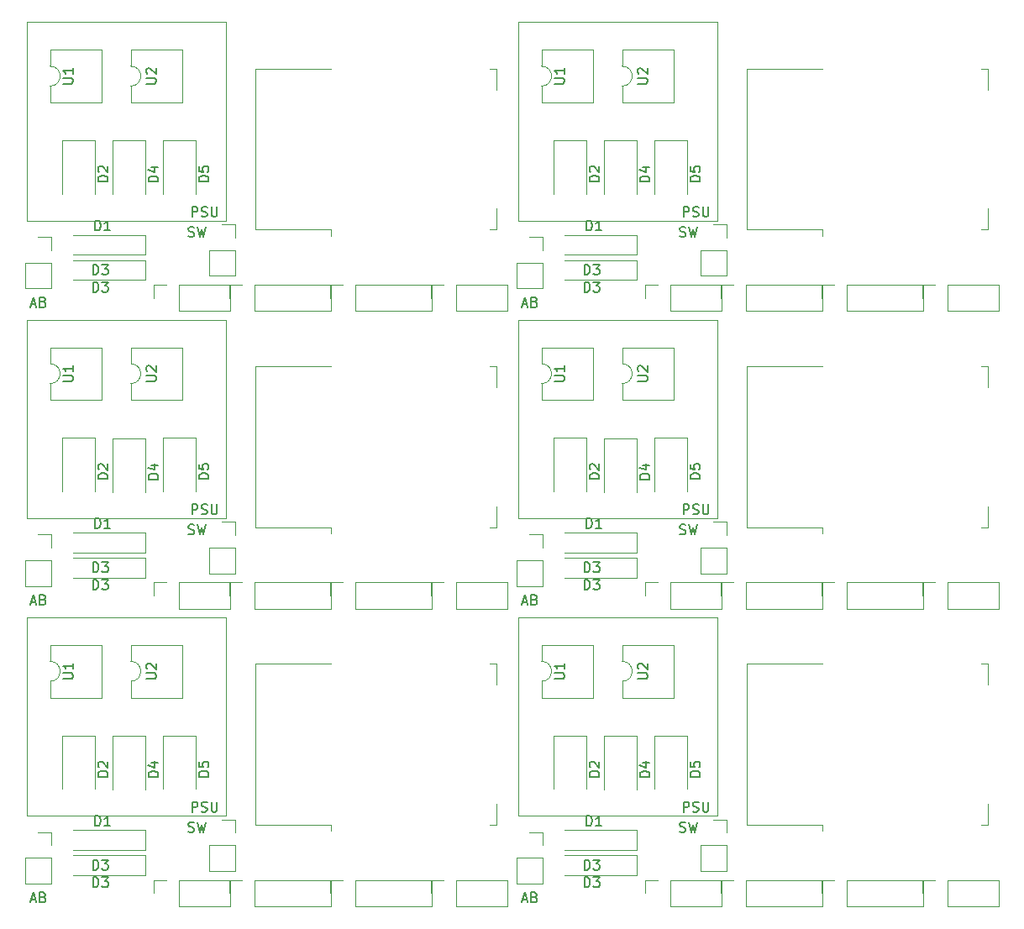
<source format=gbr>
%TF.GenerationSoftware,KiCad,Pcbnew,5.1.6-c6e7f7d~87~ubuntu18.04.1*%
%TF.CreationDate,2020-09-18T10:49:30+02:00*%
%TF.ProjectId,panel,70616e65-6c2e-46b6-9963-61645f706362,rev?*%
%TF.SameCoordinates,Original*%
%TF.FileFunction,Legend,Top*%
%TF.FilePolarity,Positive*%
%FSLAX46Y46*%
G04 Gerber Fmt 4.6, Leading zero omitted, Abs format (unit mm)*
G04 Created by KiCad (PCBNEW 5.1.6-c6e7f7d~87~ubuntu18.04.1) date 2020-09-18 10:49:30*
%MOMM*%
%LPD*%
G01*
G04 APERTURE LIST*
%ADD10C,0.120000*%
%ADD11C,0.150000*%
G04 APERTURE END LIST*
D10*
%TO.C,D3*%
X112125006Y-134400011D02*
X104825006Y-134400011D01*
X112125006Y-136400011D02*
X112125006Y-134400011D01*
X104825006Y-136400011D02*
X112125006Y-136400011D01*
%TO.C,D1*%
X104825006Y-133860011D02*
X112125006Y-133860011D01*
X112125006Y-133860011D02*
X112125006Y-131860011D01*
X112125006Y-131860011D02*
X104825006Y-131860011D01*
%TO.C,U2*%
X110646006Y-113192011D02*
X110646006Y-114842011D01*
X115846006Y-113192011D02*
X110646006Y-113192011D01*
X115846006Y-118492011D02*
X115846006Y-113192011D01*
X110646006Y-118492011D02*
X115846006Y-118492011D01*
X110646006Y-116842011D02*
X110646006Y-118492011D01*
X110646006Y-114842011D02*
G75*
G02*
X110646006Y-116842011I0J-1000000D01*
G01*
%TO.C,U1*%
X102518006Y-116842011D02*
X102518006Y-118492011D01*
X102518006Y-118492011D02*
X107718006Y-118492011D01*
X107718006Y-118492011D02*
X107718006Y-113192011D01*
X107718006Y-113192011D02*
X102518006Y-113192011D01*
X102518006Y-113192011D02*
X102518006Y-114842011D01*
X102518006Y-114842011D02*
G75*
G02*
X102518006Y-116842011I0J-1000000D01*
G01*
%TO.C,J8*%
X112932006Y-138194011D02*
X112932006Y-136864011D01*
X112932006Y-136864011D02*
X114262006Y-136864011D01*
X115532006Y-136864011D02*
X120672006Y-136864011D01*
X120672006Y-139524011D02*
X120672006Y-136864011D01*
X115532006Y-139524011D02*
X120672006Y-139524011D01*
X115532006Y-139524011D02*
X115532006Y-136864011D01*
%TO.C,J7*%
X143472006Y-139524011D02*
X143472006Y-136864011D01*
X143472006Y-139524011D02*
X148612006Y-139524011D01*
X148612006Y-139524011D02*
X148612006Y-136864011D01*
X143472006Y-136864011D02*
X148612006Y-136864011D01*
X140872006Y-136864011D02*
X142202006Y-136864011D01*
X140872006Y-138194011D02*
X140872006Y-136864011D01*
%TO.C,J4*%
X101308006Y-132038011D02*
X102638006Y-132038011D01*
X102638006Y-132038011D02*
X102638006Y-133368011D01*
X102638006Y-134638011D02*
X102638006Y-137238011D01*
X99978006Y-137238011D02*
X102638006Y-137238011D01*
X99978006Y-134638011D02*
X99978006Y-137238011D01*
X99978006Y-134638011D02*
X102638006Y-134638011D01*
%TO.C,J3*%
X118520006Y-133368011D02*
X121180006Y-133368011D01*
X118520006Y-133368011D02*
X118520006Y-135968011D01*
X118520006Y-135968011D02*
X121180006Y-135968011D01*
X121180006Y-133368011D02*
X121180006Y-135968011D01*
X121180006Y-130768011D02*
X121180006Y-132098011D01*
X119850006Y-130768011D02*
X121180006Y-130768011D01*
%TO.C,J2*%
X120552006Y-138194011D02*
X120552006Y-136864011D01*
X120552006Y-136864011D02*
X121882006Y-136864011D01*
X123152006Y-136864011D02*
X130832006Y-136864011D01*
X130832006Y-139524011D02*
X130832006Y-136864011D01*
X123152006Y-139524011D02*
X130832006Y-139524011D01*
X123152006Y-139524011D02*
X123152006Y-136864011D01*
%TO.C,J1*%
X133312006Y-139524011D02*
X133312006Y-136864011D01*
X133312006Y-139524011D02*
X140992006Y-139524011D01*
X140992006Y-139524011D02*
X140992006Y-136864011D01*
X133312006Y-136864011D02*
X140992006Y-136864011D01*
X130712006Y-136864011D02*
X132042006Y-136864011D01*
X130712006Y-138194011D02*
X130712006Y-136864011D01*
%TO.C,D5*%
X117182006Y-122316011D02*
X113882006Y-122316011D01*
X113882006Y-122316011D02*
X113882006Y-127716011D01*
X117182006Y-122316011D02*
X117182006Y-127716011D01*
%TO.C,D4*%
X112102006Y-122348011D02*
X108802006Y-122348011D01*
X108802006Y-122348011D02*
X108802006Y-127748011D01*
X112102006Y-122348011D02*
X112102006Y-127748011D01*
%TO.C,D2*%
X107022006Y-122316011D02*
X107022006Y-127716011D01*
X103722006Y-122316011D02*
X103722006Y-127716011D01*
X107022006Y-122316011D02*
X103722006Y-122316011D01*
%TO.C,U4*%
X130844006Y-131328011D02*
X130844006Y-131938011D01*
X130844006Y-131328011D02*
X123224006Y-131328011D01*
X147464006Y-131328011D02*
X146844006Y-131328011D01*
X147464006Y-129208011D02*
X147464006Y-131328011D01*
X147464006Y-115088011D02*
X147464006Y-117208011D01*
X146844006Y-115088011D02*
X147464006Y-115088011D01*
X123224006Y-115088011D02*
X130844006Y-115088011D01*
X123224006Y-131328011D02*
X123224006Y-115088011D01*
%TO.C,J11*%
X120198006Y-130414011D02*
X120198006Y-110414011D01*
X100198006Y-110414011D02*
X100198006Y-130414011D01*
X100198006Y-130414011D02*
X120198006Y-130414011D01*
X100198006Y-110414011D02*
X120198006Y-110414011D01*
%TO.C,D3*%
X62595001Y-134400011D02*
X55295001Y-134400011D01*
X62595001Y-136400011D02*
X62595001Y-134400011D01*
X55295001Y-136400011D02*
X62595001Y-136400011D01*
%TO.C,D1*%
X55295001Y-133860011D02*
X62595001Y-133860011D01*
X62595001Y-133860011D02*
X62595001Y-131860011D01*
X62595001Y-131860011D02*
X55295001Y-131860011D01*
%TO.C,U2*%
X61116001Y-113192011D02*
X61116001Y-114842011D01*
X66316001Y-113192011D02*
X61116001Y-113192011D01*
X66316001Y-118492011D02*
X66316001Y-113192011D01*
X61116001Y-118492011D02*
X66316001Y-118492011D01*
X61116001Y-116842011D02*
X61116001Y-118492011D01*
X61116001Y-114842011D02*
G75*
G02*
X61116001Y-116842011I0J-1000000D01*
G01*
%TO.C,U1*%
X52988001Y-116842011D02*
X52988001Y-118492011D01*
X52988001Y-118492011D02*
X58188001Y-118492011D01*
X58188001Y-118492011D02*
X58188001Y-113192011D01*
X58188001Y-113192011D02*
X52988001Y-113192011D01*
X52988001Y-113192011D02*
X52988001Y-114842011D01*
X52988001Y-114842011D02*
G75*
G02*
X52988001Y-116842011I0J-1000000D01*
G01*
%TO.C,J8*%
X63402001Y-138194011D02*
X63402001Y-136864011D01*
X63402001Y-136864011D02*
X64732001Y-136864011D01*
X66002001Y-136864011D02*
X71142001Y-136864011D01*
X71142001Y-139524011D02*
X71142001Y-136864011D01*
X66002001Y-139524011D02*
X71142001Y-139524011D01*
X66002001Y-139524011D02*
X66002001Y-136864011D01*
%TO.C,J7*%
X93942001Y-139524011D02*
X93942001Y-136864011D01*
X93942001Y-139524011D02*
X99082001Y-139524011D01*
X99082001Y-139524011D02*
X99082001Y-136864011D01*
X93942001Y-136864011D02*
X99082001Y-136864011D01*
X91342001Y-136864011D02*
X92672001Y-136864011D01*
X91342001Y-138194011D02*
X91342001Y-136864011D01*
%TO.C,J4*%
X51778001Y-132038011D02*
X53108001Y-132038011D01*
X53108001Y-132038011D02*
X53108001Y-133368011D01*
X53108001Y-134638011D02*
X53108001Y-137238011D01*
X50448001Y-137238011D02*
X53108001Y-137238011D01*
X50448001Y-134638011D02*
X50448001Y-137238011D01*
X50448001Y-134638011D02*
X53108001Y-134638011D01*
%TO.C,J3*%
X68990001Y-133368011D02*
X71650001Y-133368011D01*
X68990001Y-133368011D02*
X68990001Y-135968011D01*
X68990001Y-135968011D02*
X71650001Y-135968011D01*
X71650001Y-133368011D02*
X71650001Y-135968011D01*
X71650001Y-130768011D02*
X71650001Y-132098011D01*
X70320001Y-130768011D02*
X71650001Y-130768011D01*
%TO.C,J2*%
X71022001Y-138194011D02*
X71022001Y-136864011D01*
X71022001Y-136864011D02*
X72352001Y-136864011D01*
X73622001Y-136864011D02*
X81302001Y-136864011D01*
X81302001Y-139524011D02*
X81302001Y-136864011D01*
X73622001Y-139524011D02*
X81302001Y-139524011D01*
X73622001Y-139524011D02*
X73622001Y-136864011D01*
%TO.C,J1*%
X83782001Y-139524011D02*
X83782001Y-136864011D01*
X83782001Y-139524011D02*
X91462001Y-139524011D01*
X91462001Y-139524011D02*
X91462001Y-136864011D01*
X83782001Y-136864011D02*
X91462001Y-136864011D01*
X81182001Y-136864011D02*
X82512001Y-136864011D01*
X81182001Y-138194011D02*
X81182001Y-136864011D01*
%TO.C,D5*%
X67652001Y-122316011D02*
X64352001Y-122316011D01*
X64352001Y-122316011D02*
X64352001Y-127716011D01*
X67652001Y-122316011D02*
X67652001Y-127716011D01*
%TO.C,D4*%
X62572001Y-122348011D02*
X59272001Y-122348011D01*
X59272001Y-122348011D02*
X59272001Y-127748011D01*
X62572001Y-122348011D02*
X62572001Y-127748011D01*
%TO.C,D2*%
X57492001Y-122316011D02*
X57492001Y-127716011D01*
X54192001Y-122316011D02*
X54192001Y-127716011D01*
X57492001Y-122316011D02*
X54192001Y-122316011D01*
%TO.C,U4*%
X81314001Y-131328011D02*
X81314001Y-131938011D01*
X81314001Y-131328011D02*
X73694001Y-131328011D01*
X97934001Y-131328011D02*
X97314001Y-131328011D01*
X97934001Y-129208011D02*
X97934001Y-131328011D01*
X97934001Y-115088011D02*
X97934001Y-117208011D01*
X97314001Y-115088011D02*
X97934001Y-115088011D01*
X73694001Y-115088011D02*
X81314001Y-115088011D01*
X73694001Y-131328011D02*
X73694001Y-115088011D01*
%TO.C,J11*%
X70668001Y-130414011D02*
X70668001Y-110414011D01*
X50668001Y-110414011D02*
X50668001Y-130414011D01*
X50668001Y-130414011D02*
X70668001Y-130414011D01*
X50668001Y-110414011D02*
X70668001Y-110414011D01*
%TO.C,D3*%
X112125006Y-104400006D02*
X104825006Y-104400006D01*
X112125006Y-106400006D02*
X112125006Y-104400006D01*
X104825006Y-106400006D02*
X112125006Y-106400006D01*
%TO.C,D1*%
X104825006Y-103860006D02*
X112125006Y-103860006D01*
X112125006Y-103860006D02*
X112125006Y-101860006D01*
X112125006Y-101860006D02*
X104825006Y-101860006D01*
%TO.C,U2*%
X110646006Y-83192006D02*
X110646006Y-84842006D01*
X115846006Y-83192006D02*
X110646006Y-83192006D01*
X115846006Y-88492006D02*
X115846006Y-83192006D01*
X110646006Y-88492006D02*
X115846006Y-88492006D01*
X110646006Y-86842006D02*
X110646006Y-88492006D01*
X110646006Y-84842006D02*
G75*
G02*
X110646006Y-86842006I0J-1000000D01*
G01*
%TO.C,U1*%
X102518006Y-86842006D02*
X102518006Y-88492006D01*
X102518006Y-88492006D02*
X107718006Y-88492006D01*
X107718006Y-88492006D02*
X107718006Y-83192006D01*
X107718006Y-83192006D02*
X102518006Y-83192006D01*
X102518006Y-83192006D02*
X102518006Y-84842006D01*
X102518006Y-84842006D02*
G75*
G02*
X102518006Y-86842006I0J-1000000D01*
G01*
%TO.C,J8*%
X112932006Y-108194006D02*
X112932006Y-106864006D01*
X112932006Y-106864006D02*
X114262006Y-106864006D01*
X115532006Y-106864006D02*
X120672006Y-106864006D01*
X120672006Y-109524006D02*
X120672006Y-106864006D01*
X115532006Y-109524006D02*
X120672006Y-109524006D01*
X115532006Y-109524006D02*
X115532006Y-106864006D01*
%TO.C,J7*%
X143472006Y-109524006D02*
X143472006Y-106864006D01*
X143472006Y-109524006D02*
X148612006Y-109524006D01*
X148612006Y-109524006D02*
X148612006Y-106864006D01*
X143472006Y-106864006D02*
X148612006Y-106864006D01*
X140872006Y-106864006D02*
X142202006Y-106864006D01*
X140872006Y-108194006D02*
X140872006Y-106864006D01*
%TO.C,J4*%
X101308006Y-102038006D02*
X102638006Y-102038006D01*
X102638006Y-102038006D02*
X102638006Y-103368006D01*
X102638006Y-104638006D02*
X102638006Y-107238006D01*
X99978006Y-107238006D02*
X102638006Y-107238006D01*
X99978006Y-104638006D02*
X99978006Y-107238006D01*
X99978006Y-104638006D02*
X102638006Y-104638006D01*
%TO.C,J3*%
X118520006Y-103368006D02*
X121180006Y-103368006D01*
X118520006Y-103368006D02*
X118520006Y-105968006D01*
X118520006Y-105968006D02*
X121180006Y-105968006D01*
X121180006Y-103368006D02*
X121180006Y-105968006D01*
X121180006Y-100768006D02*
X121180006Y-102098006D01*
X119850006Y-100768006D02*
X121180006Y-100768006D01*
%TO.C,J2*%
X120552006Y-108194006D02*
X120552006Y-106864006D01*
X120552006Y-106864006D02*
X121882006Y-106864006D01*
X123152006Y-106864006D02*
X130832006Y-106864006D01*
X130832006Y-109524006D02*
X130832006Y-106864006D01*
X123152006Y-109524006D02*
X130832006Y-109524006D01*
X123152006Y-109524006D02*
X123152006Y-106864006D01*
%TO.C,J1*%
X133312006Y-109524006D02*
X133312006Y-106864006D01*
X133312006Y-109524006D02*
X140992006Y-109524006D01*
X140992006Y-109524006D02*
X140992006Y-106864006D01*
X133312006Y-106864006D02*
X140992006Y-106864006D01*
X130712006Y-106864006D02*
X132042006Y-106864006D01*
X130712006Y-108194006D02*
X130712006Y-106864006D01*
%TO.C,D5*%
X117182006Y-92316006D02*
X113882006Y-92316006D01*
X113882006Y-92316006D02*
X113882006Y-97716006D01*
X117182006Y-92316006D02*
X117182006Y-97716006D01*
%TO.C,D4*%
X112102006Y-92348006D02*
X108802006Y-92348006D01*
X108802006Y-92348006D02*
X108802006Y-97748006D01*
X112102006Y-92348006D02*
X112102006Y-97748006D01*
%TO.C,D2*%
X107022006Y-92316006D02*
X107022006Y-97716006D01*
X103722006Y-92316006D02*
X103722006Y-97716006D01*
X107022006Y-92316006D02*
X103722006Y-92316006D01*
%TO.C,U4*%
X130844006Y-101328006D02*
X130844006Y-101938006D01*
X130844006Y-101328006D02*
X123224006Y-101328006D01*
X147464006Y-101328006D02*
X146844006Y-101328006D01*
X147464006Y-99208006D02*
X147464006Y-101328006D01*
X147464006Y-85088006D02*
X147464006Y-87208006D01*
X146844006Y-85088006D02*
X147464006Y-85088006D01*
X123224006Y-85088006D02*
X130844006Y-85088006D01*
X123224006Y-101328006D02*
X123224006Y-85088006D01*
%TO.C,J11*%
X120198006Y-100414006D02*
X120198006Y-80414006D01*
X100198006Y-80414006D02*
X100198006Y-100414006D01*
X100198006Y-100414006D02*
X120198006Y-100414006D01*
X100198006Y-80414006D02*
X120198006Y-80414006D01*
%TO.C,D3*%
X62595001Y-104400006D02*
X55295001Y-104400006D01*
X62595001Y-106400006D02*
X62595001Y-104400006D01*
X55295001Y-106400006D02*
X62595001Y-106400006D01*
%TO.C,D1*%
X55295001Y-103860006D02*
X62595001Y-103860006D01*
X62595001Y-103860006D02*
X62595001Y-101860006D01*
X62595001Y-101860006D02*
X55295001Y-101860006D01*
%TO.C,U2*%
X61116001Y-83192006D02*
X61116001Y-84842006D01*
X66316001Y-83192006D02*
X61116001Y-83192006D01*
X66316001Y-88492006D02*
X66316001Y-83192006D01*
X61116001Y-88492006D02*
X66316001Y-88492006D01*
X61116001Y-86842006D02*
X61116001Y-88492006D01*
X61116001Y-84842006D02*
G75*
G02*
X61116001Y-86842006I0J-1000000D01*
G01*
%TO.C,U1*%
X52988001Y-86842006D02*
X52988001Y-88492006D01*
X52988001Y-88492006D02*
X58188001Y-88492006D01*
X58188001Y-88492006D02*
X58188001Y-83192006D01*
X58188001Y-83192006D02*
X52988001Y-83192006D01*
X52988001Y-83192006D02*
X52988001Y-84842006D01*
X52988001Y-84842006D02*
G75*
G02*
X52988001Y-86842006I0J-1000000D01*
G01*
%TO.C,J8*%
X63402001Y-108194006D02*
X63402001Y-106864006D01*
X63402001Y-106864006D02*
X64732001Y-106864006D01*
X66002001Y-106864006D02*
X71142001Y-106864006D01*
X71142001Y-109524006D02*
X71142001Y-106864006D01*
X66002001Y-109524006D02*
X71142001Y-109524006D01*
X66002001Y-109524006D02*
X66002001Y-106864006D01*
%TO.C,J7*%
X93942001Y-109524006D02*
X93942001Y-106864006D01*
X93942001Y-109524006D02*
X99082001Y-109524006D01*
X99082001Y-109524006D02*
X99082001Y-106864006D01*
X93942001Y-106864006D02*
X99082001Y-106864006D01*
X91342001Y-106864006D02*
X92672001Y-106864006D01*
X91342001Y-108194006D02*
X91342001Y-106864006D01*
%TO.C,J4*%
X51778001Y-102038006D02*
X53108001Y-102038006D01*
X53108001Y-102038006D02*
X53108001Y-103368006D01*
X53108001Y-104638006D02*
X53108001Y-107238006D01*
X50448001Y-107238006D02*
X53108001Y-107238006D01*
X50448001Y-104638006D02*
X50448001Y-107238006D01*
X50448001Y-104638006D02*
X53108001Y-104638006D01*
%TO.C,J3*%
X68990001Y-103368006D02*
X71650001Y-103368006D01*
X68990001Y-103368006D02*
X68990001Y-105968006D01*
X68990001Y-105968006D02*
X71650001Y-105968006D01*
X71650001Y-103368006D02*
X71650001Y-105968006D01*
X71650001Y-100768006D02*
X71650001Y-102098006D01*
X70320001Y-100768006D02*
X71650001Y-100768006D01*
%TO.C,J2*%
X71022001Y-108194006D02*
X71022001Y-106864006D01*
X71022001Y-106864006D02*
X72352001Y-106864006D01*
X73622001Y-106864006D02*
X81302001Y-106864006D01*
X81302001Y-109524006D02*
X81302001Y-106864006D01*
X73622001Y-109524006D02*
X81302001Y-109524006D01*
X73622001Y-109524006D02*
X73622001Y-106864006D01*
%TO.C,J1*%
X83782001Y-109524006D02*
X83782001Y-106864006D01*
X83782001Y-109524006D02*
X91462001Y-109524006D01*
X91462001Y-109524006D02*
X91462001Y-106864006D01*
X83782001Y-106864006D02*
X91462001Y-106864006D01*
X81182001Y-106864006D02*
X82512001Y-106864006D01*
X81182001Y-108194006D02*
X81182001Y-106864006D01*
%TO.C,D5*%
X67652001Y-92316006D02*
X64352001Y-92316006D01*
X64352001Y-92316006D02*
X64352001Y-97716006D01*
X67652001Y-92316006D02*
X67652001Y-97716006D01*
%TO.C,D4*%
X62572001Y-92348006D02*
X59272001Y-92348006D01*
X59272001Y-92348006D02*
X59272001Y-97748006D01*
X62572001Y-92348006D02*
X62572001Y-97748006D01*
%TO.C,D2*%
X57492001Y-92316006D02*
X57492001Y-97716006D01*
X54192001Y-92316006D02*
X54192001Y-97716006D01*
X57492001Y-92316006D02*
X54192001Y-92316006D01*
%TO.C,U4*%
X81314001Y-101328006D02*
X81314001Y-101938006D01*
X81314001Y-101328006D02*
X73694001Y-101328006D01*
X97934001Y-101328006D02*
X97314001Y-101328006D01*
X97934001Y-99208006D02*
X97934001Y-101328006D01*
X97934001Y-85088006D02*
X97934001Y-87208006D01*
X97314001Y-85088006D02*
X97934001Y-85088006D01*
X73694001Y-85088006D02*
X81314001Y-85088006D01*
X73694001Y-101328006D02*
X73694001Y-85088006D01*
%TO.C,J11*%
X70668001Y-100414006D02*
X70668001Y-80414006D01*
X50668001Y-80414006D02*
X50668001Y-100414006D01*
X50668001Y-100414006D02*
X70668001Y-100414006D01*
X50668001Y-80414006D02*
X70668001Y-80414006D01*
%TO.C,D3*%
X112125006Y-74400001D02*
X104825006Y-74400001D01*
X112125006Y-76400001D02*
X112125006Y-74400001D01*
X104825006Y-76400001D02*
X112125006Y-76400001D01*
%TO.C,D1*%
X104825006Y-73860001D02*
X112125006Y-73860001D01*
X112125006Y-73860001D02*
X112125006Y-71860001D01*
X112125006Y-71860001D02*
X104825006Y-71860001D01*
%TO.C,U2*%
X110646006Y-53192001D02*
X110646006Y-54842001D01*
X115846006Y-53192001D02*
X110646006Y-53192001D01*
X115846006Y-58492001D02*
X115846006Y-53192001D01*
X110646006Y-58492001D02*
X115846006Y-58492001D01*
X110646006Y-56842001D02*
X110646006Y-58492001D01*
X110646006Y-54842001D02*
G75*
G02*
X110646006Y-56842001I0J-1000000D01*
G01*
%TO.C,U1*%
X102518006Y-56842001D02*
X102518006Y-58492001D01*
X102518006Y-58492001D02*
X107718006Y-58492001D01*
X107718006Y-58492001D02*
X107718006Y-53192001D01*
X107718006Y-53192001D02*
X102518006Y-53192001D01*
X102518006Y-53192001D02*
X102518006Y-54842001D01*
X102518006Y-54842001D02*
G75*
G02*
X102518006Y-56842001I0J-1000000D01*
G01*
%TO.C,J8*%
X112932006Y-78194001D02*
X112932006Y-76864001D01*
X112932006Y-76864001D02*
X114262006Y-76864001D01*
X115532006Y-76864001D02*
X120672006Y-76864001D01*
X120672006Y-79524001D02*
X120672006Y-76864001D01*
X115532006Y-79524001D02*
X120672006Y-79524001D01*
X115532006Y-79524001D02*
X115532006Y-76864001D01*
%TO.C,J7*%
X143472006Y-79524001D02*
X143472006Y-76864001D01*
X143472006Y-79524001D02*
X148612006Y-79524001D01*
X148612006Y-79524001D02*
X148612006Y-76864001D01*
X143472006Y-76864001D02*
X148612006Y-76864001D01*
X140872006Y-76864001D02*
X142202006Y-76864001D01*
X140872006Y-78194001D02*
X140872006Y-76864001D01*
%TO.C,J4*%
X101308006Y-72038001D02*
X102638006Y-72038001D01*
X102638006Y-72038001D02*
X102638006Y-73368001D01*
X102638006Y-74638001D02*
X102638006Y-77238001D01*
X99978006Y-77238001D02*
X102638006Y-77238001D01*
X99978006Y-74638001D02*
X99978006Y-77238001D01*
X99978006Y-74638001D02*
X102638006Y-74638001D01*
%TO.C,J3*%
X118520006Y-73368001D02*
X121180006Y-73368001D01*
X118520006Y-73368001D02*
X118520006Y-75968001D01*
X118520006Y-75968001D02*
X121180006Y-75968001D01*
X121180006Y-73368001D02*
X121180006Y-75968001D01*
X121180006Y-70768001D02*
X121180006Y-72098001D01*
X119850006Y-70768001D02*
X121180006Y-70768001D01*
%TO.C,J2*%
X120552006Y-78194001D02*
X120552006Y-76864001D01*
X120552006Y-76864001D02*
X121882006Y-76864001D01*
X123152006Y-76864001D02*
X130832006Y-76864001D01*
X130832006Y-79524001D02*
X130832006Y-76864001D01*
X123152006Y-79524001D02*
X130832006Y-79524001D01*
X123152006Y-79524001D02*
X123152006Y-76864001D01*
%TO.C,J1*%
X133312006Y-79524001D02*
X133312006Y-76864001D01*
X133312006Y-79524001D02*
X140992006Y-79524001D01*
X140992006Y-79524001D02*
X140992006Y-76864001D01*
X133312006Y-76864001D02*
X140992006Y-76864001D01*
X130712006Y-76864001D02*
X132042006Y-76864001D01*
X130712006Y-78194001D02*
X130712006Y-76864001D01*
%TO.C,D5*%
X117182006Y-62316001D02*
X113882006Y-62316001D01*
X113882006Y-62316001D02*
X113882006Y-67716001D01*
X117182006Y-62316001D02*
X117182006Y-67716001D01*
%TO.C,D4*%
X112102006Y-62348001D02*
X108802006Y-62348001D01*
X108802006Y-62348001D02*
X108802006Y-67748001D01*
X112102006Y-62348001D02*
X112102006Y-67748001D01*
%TO.C,D2*%
X107022006Y-62316001D02*
X107022006Y-67716001D01*
X103722006Y-62316001D02*
X103722006Y-67716001D01*
X107022006Y-62316001D02*
X103722006Y-62316001D01*
%TO.C,U4*%
X130844006Y-71328001D02*
X130844006Y-71938001D01*
X130844006Y-71328001D02*
X123224006Y-71328001D01*
X147464006Y-71328001D02*
X146844006Y-71328001D01*
X147464006Y-69208001D02*
X147464006Y-71328001D01*
X147464006Y-55088001D02*
X147464006Y-57208001D01*
X146844006Y-55088001D02*
X147464006Y-55088001D01*
X123224006Y-55088001D02*
X130844006Y-55088001D01*
X123224006Y-71328001D02*
X123224006Y-55088001D01*
%TO.C,J11*%
X120198006Y-70414001D02*
X120198006Y-50414001D01*
X100198006Y-50414001D02*
X100198006Y-70414001D01*
X100198006Y-70414001D02*
X120198006Y-70414001D01*
X100198006Y-50414001D02*
X120198006Y-50414001D01*
%TO.C,D3*%
X62595001Y-74400001D02*
X55295001Y-74400001D01*
X62595001Y-76400001D02*
X62595001Y-74400001D01*
X55295001Y-76400001D02*
X62595001Y-76400001D01*
%TO.C,D1*%
X55295001Y-73860001D02*
X62595001Y-73860001D01*
X62595001Y-73860001D02*
X62595001Y-71860001D01*
X62595001Y-71860001D02*
X55295001Y-71860001D01*
%TO.C,U2*%
X61116001Y-53192001D02*
X61116001Y-54842001D01*
X66316001Y-53192001D02*
X61116001Y-53192001D01*
X66316001Y-58492001D02*
X66316001Y-53192001D01*
X61116001Y-58492001D02*
X66316001Y-58492001D01*
X61116001Y-56842001D02*
X61116001Y-58492001D01*
X61116001Y-54842001D02*
G75*
G02*
X61116001Y-56842001I0J-1000000D01*
G01*
%TO.C,U1*%
X52988001Y-56842001D02*
X52988001Y-58492001D01*
X52988001Y-58492001D02*
X58188001Y-58492001D01*
X58188001Y-58492001D02*
X58188001Y-53192001D01*
X58188001Y-53192001D02*
X52988001Y-53192001D01*
X52988001Y-53192001D02*
X52988001Y-54842001D01*
X52988001Y-54842001D02*
G75*
G02*
X52988001Y-56842001I0J-1000000D01*
G01*
%TO.C,J8*%
X63402001Y-78194001D02*
X63402001Y-76864001D01*
X63402001Y-76864001D02*
X64732001Y-76864001D01*
X66002001Y-76864001D02*
X71142001Y-76864001D01*
X71142001Y-79524001D02*
X71142001Y-76864001D01*
X66002001Y-79524001D02*
X71142001Y-79524001D01*
X66002001Y-79524001D02*
X66002001Y-76864001D01*
%TO.C,J7*%
X93942001Y-79524001D02*
X93942001Y-76864001D01*
X93942001Y-79524001D02*
X99082001Y-79524001D01*
X99082001Y-79524001D02*
X99082001Y-76864001D01*
X93942001Y-76864001D02*
X99082001Y-76864001D01*
X91342001Y-76864001D02*
X92672001Y-76864001D01*
X91342001Y-78194001D02*
X91342001Y-76864001D01*
%TO.C,J4*%
X51778001Y-72038001D02*
X53108001Y-72038001D01*
X53108001Y-72038001D02*
X53108001Y-73368001D01*
X53108001Y-74638001D02*
X53108001Y-77238001D01*
X50448001Y-77238001D02*
X53108001Y-77238001D01*
X50448001Y-74638001D02*
X50448001Y-77238001D01*
X50448001Y-74638001D02*
X53108001Y-74638001D01*
%TO.C,J3*%
X68990001Y-73368001D02*
X71650001Y-73368001D01*
X68990001Y-73368001D02*
X68990001Y-75968001D01*
X68990001Y-75968001D02*
X71650001Y-75968001D01*
X71650001Y-73368001D02*
X71650001Y-75968001D01*
X71650001Y-70768001D02*
X71650001Y-72098001D01*
X70320001Y-70768001D02*
X71650001Y-70768001D01*
%TO.C,J2*%
X71022001Y-78194001D02*
X71022001Y-76864001D01*
X71022001Y-76864001D02*
X72352001Y-76864001D01*
X73622001Y-76864001D02*
X81302001Y-76864001D01*
X81302001Y-79524001D02*
X81302001Y-76864001D01*
X73622001Y-79524001D02*
X81302001Y-79524001D01*
X73622001Y-79524001D02*
X73622001Y-76864001D01*
%TO.C,J1*%
X83782001Y-79524001D02*
X83782001Y-76864001D01*
X83782001Y-79524001D02*
X91462001Y-79524001D01*
X91462001Y-79524001D02*
X91462001Y-76864001D01*
X83782001Y-76864001D02*
X91462001Y-76864001D01*
X81182001Y-76864001D02*
X82512001Y-76864001D01*
X81182001Y-78194001D02*
X81182001Y-76864001D01*
%TO.C,D5*%
X67652001Y-62316001D02*
X64352001Y-62316001D01*
X64352001Y-62316001D02*
X64352001Y-67716001D01*
X67652001Y-62316001D02*
X67652001Y-67716001D01*
%TO.C,D4*%
X62572001Y-62348001D02*
X59272001Y-62348001D01*
X59272001Y-62348001D02*
X59272001Y-67748001D01*
X62572001Y-62348001D02*
X62572001Y-67748001D01*
%TO.C,D2*%
X57492001Y-62316001D02*
X57492001Y-67716001D01*
X54192001Y-62316001D02*
X54192001Y-67716001D01*
X57492001Y-62316001D02*
X54192001Y-62316001D01*
%TO.C,U4*%
X81314001Y-71328001D02*
X81314001Y-71938001D01*
X81314001Y-71328001D02*
X73694001Y-71328001D01*
X97934001Y-71328001D02*
X97314001Y-71328001D01*
X97934001Y-69208001D02*
X97934001Y-71328001D01*
X97934001Y-55088001D02*
X97934001Y-57208001D01*
X97314001Y-55088001D02*
X97934001Y-55088001D01*
X73694001Y-55088001D02*
X81314001Y-55088001D01*
X73694001Y-71328001D02*
X73694001Y-55088001D01*
%TO.C,J11*%
X70668001Y-70414001D02*
X70668001Y-50414001D01*
X50668001Y-50414001D02*
X50668001Y-70414001D01*
X50668001Y-70414001D02*
X70668001Y-70414001D01*
X50668001Y-50414001D02*
X70668001Y-50414001D01*
%TO.C,D3*%
D11*
X106836910Y-137602391D02*
X106836910Y-136602391D01*
X107075006Y-136602391D01*
X107217863Y-136650011D01*
X107313101Y-136745249D01*
X107360720Y-136840487D01*
X107408339Y-137030963D01*
X107408339Y-137173820D01*
X107360720Y-137364296D01*
X107313101Y-137459534D01*
X107217863Y-137554772D01*
X107075006Y-137602391D01*
X106836910Y-137602391D01*
X107741672Y-136602391D02*
X108360720Y-136602391D01*
X108027386Y-136983344D01*
X108170244Y-136983344D01*
X108265482Y-137030963D01*
X108313101Y-137078582D01*
X108360720Y-137173820D01*
X108360720Y-137411915D01*
X108313101Y-137507153D01*
X108265482Y-137554772D01*
X108170244Y-137602391D01*
X107884529Y-137602391D01*
X107789291Y-137554772D01*
X107741672Y-137507153D01*
X106836910Y-135852391D02*
X106836910Y-134852391D01*
X107075006Y-134852391D01*
X107217863Y-134900011D01*
X107313101Y-134995249D01*
X107360720Y-135090487D01*
X107408339Y-135280963D01*
X107408339Y-135423820D01*
X107360720Y-135614296D01*
X107313101Y-135709534D01*
X107217863Y-135804772D01*
X107075006Y-135852391D01*
X106836910Y-135852391D01*
X107741672Y-134852391D02*
X108360720Y-134852391D01*
X108027386Y-135233344D01*
X108170244Y-135233344D01*
X108265482Y-135280963D01*
X108313101Y-135328582D01*
X108360720Y-135423820D01*
X108360720Y-135661915D01*
X108313101Y-135757153D01*
X108265482Y-135804772D01*
X108170244Y-135852391D01*
X107884529Y-135852391D01*
X107789291Y-135804772D01*
X107741672Y-135757153D01*
%TO.C,D1*%
X107046910Y-131407391D02*
X107046910Y-130407391D01*
X107285006Y-130407391D01*
X107427863Y-130455011D01*
X107523101Y-130550249D01*
X107570720Y-130645487D01*
X107618339Y-130835963D01*
X107618339Y-130978820D01*
X107570720Y-131169296D01*
X107523101Y-131264534D01*
X107427863Y-131359772D01*
X107285006Y-131407391D01*
X107046910Y-131407391D01*
X108570720Y-131407391D02*
X107999291Y-131407391D01*
X108285006Y-131407391D02*
X108285006Y-130407391D01*
X108189767Y-130550249D01*
X108094529Y-130645487D01*
X107999291Y-130693106D01*
%TO.C,U2*%
X112190386Y-116603915D02*
X112999910Y-116603915D01*
X113095148Y-116556296D01*
X113142767Y-116508677D01*
X113190386Y-116413439D01*
X113190386Y-116222963D01*
X113142767Y-116127725D01*
X113095148Y-116080106D01*
X112999910Y-116032487D01*
X112190386Y-116032487D01*
X112285625Y-115603915D02*
X112238006Y-115556296D01*
X112190386Y-115461058D01*
X112190386Y-115222963D01*
X112238006Y-115127725D01*
X112285625Y-115080106D01*
X112380863Y-115032487D01*
X112476101Y-115032487D01*
X112618958Y-115080106D01*
X113190386Y-115651534D01*
X113190386Y-115032487D01*
%TO.C,U1*%
X103808386Y-116603915D02*
X104617910Y-116603915D01*
X104713148Y-116556296D01*
X104760767Y-116508677D01*
X104808386Y-116413439D01*
X104808386Y-116222963D01*
X104760767Y-116127725D01*
X104713148Y-116080106D01*
X104617910Y-116032487D01*
X103808386Y-116032487D01*
X104808386Y-115032487D02*
X104808386Y-115603915D01*
X104808386Y-115318201D02*
X103808386Y-115318201D01*
X103951244Y-115413439D01*
X104046482Y-115508677D01*
X104094101Y-115603915D01*
%TO.C,J4*%
X100569910Y-138844677D02*
X101046101Y-138844677D01*
X100474672Y-139130391D02*
X100808006Y-138130391D01*
X101141339Y-139130391D01*
X101808006Y-138606582D02*
X101950863Y-138654201D01*
X101998482Y-138701820D01*
X102046101Y-138797058D01*
X102046101Y-138939915D01*
X101998482Y-139035153D01*
X101950863Y-139082772D01*
X101855625Y-139130391D01*
X101474672Y-139130391D01*
X101474672Y-138130391D01*
X101808006Y-138130391D01*
X101903244Y-138178011D01*
X101950863Y-138225630D01*
X101998482Y-138320868D01*
X101998482Y-138416106D01*
X101950863Y-138511344D01*
X101903244Y-138558963D01*
X101808006Y-138606582D01*
X101474672Y-138606582D01*
%TO.C,J3*%
X116452863Y-131994772D02*
X116595720Y-132042391D01*
X116833815Y-132042391D01*
X116929053Y-131994772D01*
X116976672Y-131947153D01*
X117024291Y-131851915D01*
X117024291Y-131756677D01*
X116976672Y-131661439D01*
X116929053Y-131613820D01*
X116833815Y-131566201D01*
X116643339Y-131518582D01*
X116548101Y-131470963D01*
X116500482Y-131423344D01*
X116452863Y-131328106D01*
X116452863Y-131232868D01*
X116500482Y-131137630D01*
X116548101Y-131090011D01*
X116643339Y-131042391D01*
X116881434Y-131042391D01*
X117024291Y-131090011D01*
X117357625Y-131042391D02*
X117595720Y-132042391D01*
X117786196Y-131328106D01*
X117976672Y-132042391D01*
X118214767Y-131042391D01*
%TO.C,D5*%
X118484386Y-126454106D02*
X117484386Y-126454106D01*
X117484386Y-126216011D01*
X117532006Y-126073153D01*
X117627244Y-125977915D01*
X117722482Y-125930296D01*
X117912958Y-125882677D01*
X118055815Y-125882677D01*
X118246291Y-125930296D01*
X118341529Y-125977915D01*
X118436767Y-126073153D01*
X118484386Y-126216011D01*
X118484386Y-126454106D01*
X117484386Y-124977915D02*
X117484386Y-125454106D01*
X117960577Y-125501725D01*
X117912958Y-125454106D01*
X117865339Y-125358868D01*
X117865339Y-125120772D01*
X117912958Y-125025534D01*
X117960577Y-124977915D01*
X118055815Y-124930296D01*
X118293910Y-124930296D01*
X118389148Y-124977915D01*
X118436767Y-125025534D01*
X118484386Y-125120772D01*
X118484386Y-125358868D01*
X118436767Y-125454106D01*
X118389148Y-125501725D01*
%TO.C,D4*%
X113404386Y-126486106D02*
X112404386Y-126486106D01*
X112404386Y-126248011D01*
X112452006Y-126105153D01*
X112547244Y-126009915D01*
X112642482Y-125962296D01*
X112832958Y-125914677D01*
X112975815Y-125914677D01*
X113166291Y-125962296D01*
X113261529Y-126009915D01*
X113356767Y-126105153D01*
X113404386Y-126248011D01*
X113404386Y-126486106D01*
X112737720Y-125057534D02*
X113404386Y-125057534D01*
X112356767Y-125295630D02*
X113071053Y-125533725D01*
X113071053Y-124914677D01*
%TO.C,D2*%
X108324386Y-126454106D02*
X107324386Y-126454106D01*
X107324386Y-126216011D01*
X107372006Y-126073153D01*
X107467244Y-125977915D01*
X107562482Y-125930296D01*
X107752958Y-125882677D01*
X107895815Y-125882677D01*
X108086291Y-125930296D01*
X108181529Y-125977915D01*
X108276767Y-126073153D01*
X108324386Y-126216011D01*
X108324386Y-126454106D01*
X107419625Y-125501725D02*
X107372006Y-125454106D01*
X107324386Y-125358868D01*
X107324386Y-125120772D01*
X107372006Y-125025534D01*
X107419625Y-124977915D01*
X107514863Y-124930296D01*
X107610101Y-124930296D01*
X107752958Y-124977915D01*
X108324386Y-125549344D01*
X108324386Y-124930296D01*
%TO.C,J11*%
X116810101Y-130010391D02*
X116810101Y-129010391D01*
X117191053Y-129010391D01*
X117286291Y-129058011D01*
X117333910Y-129105630D01*
X117381529Y-129200868D01*
X117381529Y-129343725D01*
X117333910Y-129438963D01*
X117286291Y-129486582D01*
X117191053Y-129534201D01*
X116810101Y-129534201D01*
X117762482Y-129962772D02*
X117905339Y-130010391D01*
X118143434Y-130010391D01*
X118238672Y-129962772D01*
X118286291Y-129915153D01*
X118333910Y-129819915D01*
X118333910Y-129724677D01*
X118286291Y-129629439D01*
X118238672Y-129581820D01*
X118143434Y-129534201D01*
X117952958Y-129486582D01*
X117857720Y-129438963D01*
X117810101Y-129391344D01*
X117762482Y-129296106D01*
X117762482Y-129200868D01*
X117810101Y-129105630D01*
X117857720Y-129058011D01*
X117952958Y-129010391D01*
X118191053Y-129010391D01*
X118333910Y-129058011D01*
X118762482Y-129010391D02*
X118762482Y-129819915D01*
X118810101Y-129915153D01*
X118857720Y-129962772D01*
X118952958Y-130010391D01*
X119143434Y-130010391D01*
X119238672Y-129962772D01*
X119286291Y-129915153D01*
X119333910Y-129819915D01*
X119333910Y-129010391D01*
%TO.C,D3*%
X57306905Y-137602391D02*
X57306905Y-136602391D01*
X57545001Y-136602391D01*
X57687858Y-136650011D01*
X57783096Y-136745249D01*
X57830715Y-136840487D01*
X57878334Y-137030963D01*
X57878334Y-137173820D01*
X57830715Y-137364296D01*
X57783096Y-137459534D01*
X57687858Y-137554772D01*
X57545001Y-137602391D01*
X57306905Y-137602391D01*
X58211667Y-136602391D02*
X58830715Y-136602391D01*
X58497381Y-136983344D01*
X58640239Y-136983344D01*
X58735477Y-137030963D01*
X58783096Y-137078582D01*
X58830715Y-137173820D01*
X58830715Y-137411915D01*
X58783096Y-137507153D01*
X58735477Y-137554772D01*
X58640239Y-137602391D01*
X58354524Y-137602391D01*
X58259286Y-137554772D01*
X58211667Y-137507153D01*
X57306905Y-135852391D02*
X57306905Y-134852391D01*
X57545001Y-134852391D01*
X57687858Y-134900011D01*
X57783096Y-134995249D01*
X57830715Y-135090487D01*
X57878334Y-135280963D01*
X57878334Y-135423820D01*
X57830715Y-135614296D01*
X57783096Y-135709534D01*
X57687858Y-135804772D01*
X57545001Y-135852391D01*
X57306905Y-135852391D01*
X58211667Y-134852391D02*
X58830715Y-134852391D01*
X58497381Y-135233344D01*
X58640239Y-135233344D01*
X58735477Y-135280963D01*
X58783096Y-135328582D01*
X58830715Y-135423820D01*
X58830715Y-135661915D01*
X58783096Y-135757153D01*
X58735477Y-135804772D01*
X58640239Y-135852391D01*
X58354524Y-135852391D01*
X58259286Y-135804772D01*
X58211667Y-135757153D01*
%TO.C,D1*%
X57516905Y-131407391D02*
X57516905Y-130407391D01*
X57755001Y-130407391D01*
X57897858Y-130455011D01*
X57993096Y-130550249D01*
X58040715Y-130645487D01*
X58088334Y-130835963D01*
X58088334Y-130978820D01*
X58040715Y-131169296D01*
X57993096Y-131264534D01*
X57897858Y-131359772D01*
X57755001Y-131407391D01*
X57516905Y-131407391D01*
X59040715Y-131407391D02*
X58469286Y-131407391D01*
X58755001Y-131407391D02*
X58755001Y-130407391D01*
X58659762Y-130550249D01*
X58564524Y-130645487D01*
X58469286Y-130693106D01*
%TO.C,U2*%
X62660381Y-116603915D02*
X63469905Y-116603915D01*
X63565143Y-116556296D01*
X63612762Y-116508677D01*
X63660381Y-116413439D01*
X63660381Y-116222963D01*
X63612762Y-116127725D01*
X63565143Y-116080106D01*
X63469905Y-116032487D01*
X62660381Y-116032487D01*
X62755620Y-115603915D02*
X62708001Y-115556296D01*
X62660381Y-115461058D01*
X62660381Y-115222963D01*
X62708001Y-115127725D01*
X62755620Y-115080106D01*
X62850858Y-115032487D01*
X62946096Y-115032487D01*
X63088953Y-115080106D01*
X63660381Y-115651534D01*
X63660381Y-115032487D01*
%TO.C,U1*%
X54278381Y-116603915D02*
X55087905Y-116603915D01*
X55183143Y-116556296D01*
X55230762Y-116508677D01*
X55278381Y-116413439D01*
X55278381Y-116222963D01*
X55230762Y-116127725D01*
X55183143Y-116080106D01*
X55087905Y-116032487D01*
X54278381Y-116032487D01*
X55278381Y-115032487D02*
X55278381Y-115603915D01*
X55278381Y-115318201D02*
X54278381Y-115318201D01*
X54421239Y-115413439D01*
X54516477Y-115508677D01*
X54564096Y-115603915D01*
%TO.C,J4*%
X51039905Y-138844677D02*
X51516096Y-138844677D01*
X50944667Y-139130391D02*
X51278001Y-138130391D01*
X51611334Y-139130391D01*
X52278001Y-138606582D02*
X52420858Y-138654201D01*
X52468477Y-138701820D01*
X52516096Y-138797058D01*
X52516096Y-138939915D01*
X52468477Y-139035153D01*
X52420858Y-139082772D01*
X52325620Y-139130391D01*
X51944667Y-139130391D01*
X51944667Y-138130391D01*
X52278001Y-138130391D01*
X52373239Y-138178011D01*
X52420858Y-138225630D01*
X52468477Y-138320868D01*
X52468477Y-138416106D01*
X52420858Y-138511344D01*
X52373239Y-138558963D01*
X52278001Y-138606582D01*
X51944667Y-138606582D01*
%TO.C,J3*%
X66922858Y-131994772D02*
X67065715Y-132042391D01*
X67303810Y-132042391D01*
X67399048Y-131994772D01*
X67446667Y-131947153D01*
X67494286Y-131851915D01*
X67494286Y-131756677D01*
X67446667Y-131661439D01*
X67399048Y-131613820D01*
X67303810Y-131566201D01*
X67113334Y-131518582D01*
X67018096Y-131470963D01*
X66970477Y-131423344D01*
X66922858Y-131328106D01*
X66922858Y-131232868D01*
X66970477Y-131137630D01*
X67018096Y-131090011D01*
X67113334Y-131042391D01*
X67351429Y-131042391D01*
X67494286Y-131090011D01*
X67827620Y-131042391D02*
X68065715Y-132042391D01*
X68256191Y-131328106D01*
X68446667Y-132042391D01*
X68684762Y-131042391D01*
%TO.C,D5*%
X68954381Y-126454106D02*
X67954381Y-126454106D01*
X67954381Y-126216011D01*
X68002001Y-126073153D01*
X68097239Y-125977915D01*
X68192477Y-125930296D01*
X68382953Y-125882677D01*
X68525810Y-125882677D01*
X68716286Y-125930296D01*
X68811524Y-125977915D01*
X68906762Y-126073153D01*
X68954381Y-126216011D01*
X68954381Y-126454106D01*
X67954381Y-124977915D02*
X67954381Y-125454106D01*
X68430572Y-125501725D01*
X68382953Y-125454106D01*
X68335334Y-125358868D01*
X68335334Y-125120772D01*
X68382953Y-125025534D01*
X68430572Y-124977915D01*
X68525810Y-124930296D01*
X68763905Y-124930296D01*
X68859143Y-124977915D01*
X68906762Y-125025534D01*
X68954381Y-125120772D01*
X68954381Y-125358868D01*
X68906762Y-125454106D01*
X68859143Y-125501725D01*
%TO.C,D4*%
X63874381Y-126486106D02*
X62874381Y-126486106D01*
X62874381Y-126248011D01*
X62922001Y-126105153D01*
X63017239Y-126009915D01*
X63112477Y-125962296D01*
X63302953Y-125914677D01*
X63445810Y-125914677D01*
X63636286Y-125962296D01*
X63731524Y-126009915D01*
X63826762Y-126105153D01*
X63874381Y-126248011D01*
X63874381Y-126486106D01*
X63207715Y-125057534D02*
X63874381Y-125057534D01*
X62826762Y-125295630D02*
X63541048Y-125533725D01*
X63541048Y-124914677D01*
%TO.C,D2*%
X58794381Y-126454106D02*
X57794381Y-126454106D01*
X57794381Y-126216011D01*
X57842001Y-126073153D01*
X57937239Y-125977915D01*
X58032477Y-125930296D01*
X58222953Y-125882677D01*
X58365810Y-125882677D01*
X58556286Y-125930296D01*
X58651524Y-125977915D01*
X58746762Y-126073153D01*
X58794381Y-126216011D01*
X58794381Y-126454106D01*
X57889620Y-125501725D02*
X57842001Y-125454106D01*
X57794381Y-125358868D01*
X57794381Y-125120772D01*
X57842001Y-125025534D01*
X57889620Y-124977915D01*
X57984858Y-124930296D01*
X58080096Y-124930296D01*
X58222953Y-124977915D01*
X58794381Y-125549344D01*
X58794381Y-124930296D01*
%TO.C,J11*%
X67280096Y-130010391D02*
X67280096Y-129010391D01*
X67661048Y-129010391D01*
X67756286Y-129058011D01*
X67803905Y-129105630D01*
X67851524Y-129200868D01*
X67851524Y-129343725D01*
X67803905Y-129438963D01*
X67756286Y-129486582D01*
X67661048Y-129534201D01*
X67280096Y-129534201D01*
X68232477Y-129962772D02*
X68375334Y-130010391D01*
X68613429Y-130010391D01*
X68708667Y-129962772D01*
X68756286Y-129915153D01*
X68803905Y-129819915D01*
X68803905Y-129724677D01*
X68756286Y-129629439D01*
X68708667Y-129581820D01*
X68613429Y-129534201D01*
X68422953Y-129486582D01*
X68327715Y-129438963D01*
X68280096Y-129391344D01*
X68232477Y-129296106D01*
X68232477Y-129200868D01*
X68280096Y-129105630D01*
X68327715Y-129058011D01*
X68422953Y-129010391D01*
X68661048Y-129010391D01*
X68803905Y-129058011D01*
X69232477Y-129010391D02*
X69232477Y-129819915D01*
X69280096Y-129915153D01*
X69327715Y-129962772D01*
X69422953Y-130010391D01*
X69613429Y-130010391D01*
X69708667Y-129962772D01*
X69756286Y-129915153D01*
X69803905Y-129819915D01*
X69803905Y-129010391D01*
%TO.C,D3*%
X106836910Y-107602386D02*
X106836910Y-106602386D01*
X107075006Y-106602386D01*
X107217863Y-106650006D01*
X107313101Y-106745244D01*
X107360720Y-106840482D01*
X107408339Y-107030958D01*
X107408339Y-107173815D01*
X107360720Y-107364291D01*
X107313101Y-107459529D01*
X107217863Y-107554767D01*
X107075006Y-107602386D01*
X106836910Y-107602386D01*
X107741672Y-106602386D02*
X108360720Y-106602386D01*
X108027386Y-106983339D01*
X108170244Y-106983339D01*
X108265482Y-107030958D01*
X108313101Y-107078577D01*
X108360720Y-107173815D01*
X108360720Y-107411910D01*
X108313101Y-107507148D01*
X108265482Y-107554767D01*
X108170244Y-107602386D01*
X107884529Y-107602386D01*
X107789291Y-107554767D01*
X107741672Y-107507148D01*
X106836910Y-105852386D02*
X106836910Y-104852386D01*
X107075006Y-104852386D01*
X107217863Y-104900006D01*
X107313101Y-104995244D01*
X107360720Y-105090482D01*
X107408339Y-105280958D01*
X107408339Y-105423815D01*
X107360720Y-105614291D01*
X107313101Y-105709529D01*
X107217863Y-105804767D01*
X107075006Y-105852386D01*
X106836910Y-105852386D01*
X107741672Y-104852386D02*
X108360720Y-104852386D01*
X108027386Y-105233339D01*
X108170244Y-105233339D01*
X108265482Y-105280958D01*
X108313101Y-105328577D01*
X108360720Y-105423815D01*
X108360720Y-105661910D01*
X108313101Y-105757148D01*
X108265482Y-105804767D01*
X108170244Y-105852386D01*
X107884529Y-105852386D01*
X107789291Y-105804767D01*
X107741672Y-105757148D01*
%TO.C,D1*%
X107046910Y-101407386D02*
X107046910Y-100407386D01*
X107285006Y-100407386D01*
X107427863Y-100455006D01*
X107523101Y-100550244D01*
X107570720Y-100645482D01*
X107618339Y-100835958D01*
X107618339Y-100978815D01*
X107570720Y-101169291D01*
X107523101Y-101264529D01*
X107427863Y-101359767D01*
X107285006Y-101407386D01*
X107046910Y-101407386D01*
X108570720Y-101407386D02*
X107999291Y-101407386D01*
X108285006Y-101407386D02*
X108285006Y-100407386D01*
X108189767Y-100550244D01*
X108094529Y-100645482D01*
X107999291Y-100693101D01*
%TO.C,U2*%
X112190386Y-86603910D02*
X112999910Y-86603910D01*
X113095148Y-86556291D01*
X113142767Y-86508672D01*
X113190386Y-86413434D01*
X113190386Y-86222958D01*
X113142767Y-86127720D01*
X113095148Y-86080101D01*
X112999910Y-86032482D01*
X112190386Y-86032482D01*
X112285625Y-85603910D02*
X112238006Y-85556291D01*
X112190386Y-85461053D01*
X112190386Y-85222958D01*
X112238006Y-85127720D01*
X112285625Y-85080101D01*
X112380863Y-85032482D01*
X112476101Y-85032482D01*
X112618958Y-85080101D01*
X113190386Y-85651529D01*
X113190386Y-85032482D01*
%TO.C,U1*%
X103808386Y-86603910D02*
X104617910Y-86603910D01*
X104713148Y-86556291D01*
X104760767Y-86508672D01*
X104808386Y-86413434D01*
X104808386Y-86222958D01*
X104760767Y-86127720D01*
X104713148Y-86080101D01*
X104617910Y-86032482D01*
X103808386Y-86032482D01*
X104808386Y-85032482D02*
X104808386Y-85603910D01*
X104808386Y-85318196D02*
X103808386Y-85318196D01*
X103951244Y-85413434D01*
X104046482Y-85508672D01*
X104094101Y-85603910D01*
%TO.C,J4*%
X100569910Y-108844672D02*
X101046101Y-108844672D01*
X100474672Y-109130386D02*
X100808006Y-108130386D01*
X101141339Y-109130386D01*
X101808006Y-108606577D02*
X101950863Y-108654196D01*
X101998482Y-108701815D01*
X102046101Y-108797053D01*
X102046101Y-108939910D01*
X101998482Y-109035148D01*
X101950863Y-109082767D01*
X101855625Y-109130386D01*
X101474672Y-109130386D01*
X101474672Y-108130386D01*
X101808006Y-108130386D01*
X101903244Y-108178006D01*
X101950863Y-108225625D01*
X101998482Y-108320863D01*
X101998482Y-108416101D01*
X101950863Y-108511339D01*
X101903244Y-108558958D01*
X101808006Y-108606577D01*
X101474672Y-108606577D01*
%TO.C,J3*%
X116452863Y-101994767D02*
X116595720Y-102042386D01*
X116833815Y-102042386D01*
X116929053Y-101994767D01*
X116976672Y-101947148D01*
X117024291Y-101851910D01*
X117024291Y-101756672D01*
X116976672Y-101661434D01*
X116929053Y-101613815D01*
X116833815Y-101566196D01*
X116643339Y-101518577D01*
X116548101Y-101470958D01*
X116500482Y-101423339D01*
X116452863Y-101328101D01*
X116452863Y-101232863D01*
X116500482Y-101137625D01*
X116548101Y-101090006D01*
X116643339Y-101042386D01*
X116881434Y-101042386D01*
X117024291Y-101090006D01*
X117357625Y-101042386D02*
X117595720Y-102042386D01*
X117786196Y-101328101D01*
X117976672Y-102042386D01*
X118214767Y-101042386D01*
%TO.C,D5*%
X118484386Y-96454101D02*
X117484386Y-96454101D01*
X117484386Y-96216006D01*
X117532006Y-96073148D01*
X117627244Y-95977910D01*
X117722482Y-95930291D01*
X117912958Y-95882672D01*
X118055815Y-95882672D01*
X118246291Y-95930291D01*
X118341529Y-95977910D01*
X118436767Y-96073148D01*
X118484386Y-96216006D01*
X118484386Y-96454101D01*
X117484386Y-94977910D02*
X117484386Y-95454101D01*
X117960577Y-95501720D01*
X117912958Y-95454101D01*
X117865339Y-95358863D01*
X117865339Y-95120767D01*
X117912958Y-95025529D01*
X117960577Y-94977910D01*
X118055815Y-94930291D01*
X118293910Y-94930291D01*
X118389148Y-94977910D01*
X118436767Y-95025529D01*
X118484386Y-95120767D01*
X118484386Y-95358863D01*
X118436767Y-95454101D01*
X118389148Y-95501720D01*
%TO.C,D4*%
X113404386Y-96486101D02*
X112404386Y-96486101D01*
X112404386Y-96248006D01*
X112452006Y-96105148D01*
X112547244Y-96009910D01*
X112642482Y-95962291D01*
X112832958Y-95914672D01*
X112975815Y-95914672D01*
X113166291Y-95962291D01*
X113261529Y-96009910D01*
X113356767Y-96105148D01*
X113404386Y-96248006D01*
X113404386Y-96486101D01*
X112737720Y-95057529D02*
X113404386Y-95057529D01*
X112356767Y-95295625D02*
X113071053Y-95533720D01*
X113071053Y-94914672D01*
%TO.C,D2*%
X108324386Y-96454101D02*
X107324386Y-96454101D01*
X107324386Y-96216006D01*
X107372006Y-96073148D01*
X107467244Y-95977910D01*
X107562482Y-95930291D01*
X107752958Y-95882672D01*
X107895815Y-95882672D01*
X108086291Y-95930291D01*
X108181529Y-95977910D01*
X108276767Y-96073148D01*
X108324386Y-96216006D01*
X108324386Y-96454101D01*
X107419625Y-95501720D02*
X107372006Y-95454101D01*
X107324386Y-95358863D01*
X107324386Y-95120767D01*
X107372006Y-95025529D01*
X107419625Y-94977910D01*
X107514863Y-94930291D01*
X107610101Y-94930291D01*
X107752958Y-94977910D01*
X108324386Y-95549339D01*
X108324386Y-94930291D01*
%TO.C,J11*%
X116810101Y-100010386D02*
X116810101Y-99010386D01*
X117191053Y-99010386D01*
X117286291Y-99058006D01*
X117333910Y-99105625D01*
X117381529Y-99200863D01*
X117381529Y-99343720D01*
X117333910Y-99438958D01*
X117286291Y-99486577D01*
X117191053Y-99534196D01*
X116810101Y-99534196D01*
X117762482Y-99962767D02*
X117905339Y-100010386D01*
X118143434Y-100010386D01*
X118238672Y-99962767D01*
X118286291Y-99915148D01*
X118333910Y-99819910D01*
X118333910Y-99724672D01*
X118286291Y-99629434D01*
X118238672Y-99581815D01*
X118143434Y-99534196D01*
X117952958Y-99486577D01*
X117857720Y-99438958D01*
X117810101Y-99391339D01*
X117762482Y-99296101D01*
X117762482Y-99200863D01*
X117810101Y-99105625D01*
X117857720Y-99058006D01*
X117952958Y-99010386D01*
X118191053Y-99010386D01*
X118333910Y-99058006D01*
X118762482Y-99010386D02*
X118762482Y-99819910D01*
X118810101Y-99915148D01*
X118857720Y-99962767D01*
X118952958Y-100010386D01*
X119143434Y-100010386D01*
X119238672Y-99962767D01*
X119286291Y-99915148D01*
X119333910Y-99819910D01*
X119333910Y-99010386D01*
%TO.C,D3*%
X57306905Y-107602386D02*
X57306905Y-106602386D01*
X57545001Y-106602386D01*
X57687858Y-106650006D01*
X57783096Y-106745244D01*
X57830715Y-106840482D01*
X57878334Y-107030958D01*
X57878334Y-107173815D01*
X57830715Y-107364291D01*
X57783096Y-107459529D01*
X57687858Y-107554767D01*
X57545001Y-107602386D01*
X57306905Y-107602386D01*
X58211667Y-106602386D02*
X58830715Y-106602386D01*
X58497381Y-106983339D01*
X58640239Y-106983339D01*
X58735477Y-107030958D01*
X58783096Y-107078577D01*
X58830715Y-107173815D01*
X58830715Y-107411910D01*
X58783096Y-107507148D01*
X58735477Y-107554767D01*
X58640239Y-107602386D01*
X58354524Y-107602386D01*
X58259286Y-107554767D01*
X58211667Y-107507148D01*
X57306905Y-105852386D02*
X57306905Y-104852386D01*
X57545001Y-104852386D01*
X57687858Y-104900006D01*
X57783096Y-104995244D01*
X57830715Y-105090482D01*
X57878334Y-105280958D01*
X57878334Y-105423815D01*
X57830715Y-105614291D01*
X57783096Y-105709529D01*
X57687858Y-105804767D01*
X57545001Y-105852386D01*
X57306905Y-105852386D01*
X58211667Y-104852386D02*
X58830715Y-104852386D01*
X58497381Y-105233339D01*
X58640239Y-105233339D01*
X58735477Y-105280958D01*
X58783096Y-105328577D01*
X58830715Y-105423815D01*
X58830715Y-105661910D01*
X58783096Y-105757148D01*
X58735477Y-105804767D01*
X58640239Y-105852386D01*
X58354524Y-105852386D01*
X58259286Y-105804767D01*
X58211667Y-105757148D01*
%TO.C,D1*%
X57516905Y-101407386D02*
X57516905Y-100407386D01*
X57755001Y-100407386D01*
X57897858Y-100455006D01*
X57993096Y-100550244D01*
X58040715Y-100645482D01*
X58088334Y-100835958D01*
X58088334Y-100978815D01*
X58040715Y-101169291D01*
X57993096Y-101264529D01*
X57897858Y-101359767D01*
X57755001Y-101407386D01*
X57516905Y-101407386D01*
X59040715Y-101407386D02*
X58469286Y-101407386D01*
X58755001Y-101407386D02*
X58755001Y-100407386D01*
X58659762Y-100550244D01*
X58564524Y-100645482D01*
X58469286Y-100693101D01*
%TO.C,U2*%
X62660381Y-86603910D02*
X63469905Y-86603910D01*
X63565143Y-86556291D01*
X63612762Y-86508672D01*
X63660381Y-86413434D01*
X63660381Y-86222958D01*
X63612762Y-86127720D01*
X63565143Y-86080101D01*
X63469905Y-86032482D01*
X62660381Y-86032482D01*
X62755620Y-85603910D02*
X62708001Y-85556291D01*
X62660381Y-85461053D01*
X62660381Y-85222958D01*
X62708001Y-85127720D01*
X62755620Y-85080101D01*
X62850858Y-85032482D01*
X62946096Y-85032482D01*
X63088953Y-85080101D01*
X63660381Y-85651529D01*
X63660381Y-85032482D01*
%TO.C,U1*%
X54278381Y-86603910D02*
X55087905Y-86603910D01*
X55183143Y-86556291D01*
X55230762Y-86508672D01*
X55278381Y-86413434D01*
X55278381Y-86222958D01*
X55230762Y-86127720D01*
X55183143Y-86080101D01*
X55087905Y-86032482D01*
X54278381Y-86032482D01*
X55278381Y-85032482D02*
X55278381Y-85603910D01*
X55278381Y-85318196D02*
X54278381Y-85318196D01*
X54421239Y-85413434D01*
X54516477Y-85508672D01*
X54564096Y-85603910D01*
%TO.C,J4*%
X51039905Y-108844672D02*
X51516096Y-108844672D01*
X50944667Y-109130386D02*
X51278001Y-108130386D01*
X51611334Y-109130386D01*
X52278001Y-108606577D02*
X52420858Y-108654196D01*
X52468477Y-108701815D01*
X52516096Y-108797053D01*
X52516096Y-108939910D01*
X52468477Y-109035148D01*
X52420858Y-109082767D01*
X52325620Y-109130386D01*
X51944667Y-109130386D01*
X51944667Y-108130386D01*
X52278001Y-108130386D01*
X52373239Y-108178006D01*
X52420858Y-108225625D01*
X52468477Y-108320863D01*
X52468477Y-108416101D01*
X52420858Y-108511339D01*
X52373239Y-108558958D01*
X52278001Y-108606577D01*
X51944667Y-108606577D01*
%TO.C,J3*%
X66922858Y-101994767D02*
X67065715Y-102042386D01*
X67303810Y-102042386D01*
X67399048Y-101994767D01*
X67446667Y-101947148D01*
X67494286Y-101851910D01*
X67494286Y-101756672D01*
X67446667Y-101661434D01*
X67399048Y-101613815D01*
X67303810Y-101566196D01*
X67113334Y-101518577D01*
X67018096Y-101470958D01*
X66970477Y-101423339D01*
X66922858Y-101328101D01*
X66922858Y-101232863D01*
X66970477Y-101137625D01*
X67018096Y-101090006D01*
X67113334Y-101042386D01*
X67351429Y-101042386D01*
X67494286Y-101090006D01*
X67827620Y-101042386D02*
X68065715Y-102042386D01*
X68256191Y-101328101D01*
X68446667Y-102042386D01*
X68684762Y-101042386D01*
%TO.C,D5*%
X68954381Y-96454101D02*
X67954381Y-96454101D01*
X67954381Y-96216006D01*
X68002001Y-96073148D01*
X68097239Y-95977910D01*
X68192477Y-95930291D01*
X68382953Y-95882672D01*
X68525810Y-95882672D01*
X68716286Y-95930291D01*
X68811524Y-95977910D01*
X68906762Y-96073148D01*
X68954381Y-96216006D01*
X68954381Y-96454101D01*
X67954381Y-94977910D02*
X67954381Y-95454101D01*
X68430572Y-95501720D01*
X68382953Y-95454101D01*
X68335334Y-95358863D01*
X68335334Y-95120767D01*
X68382953Y-95025529D01*
X68430572Y-94977910D01*
X68525810Y-94930291D01*
X68763905Y-94930291D01*
X68859143Y-94977910D01*
X68906762Y-95025529D01*
X68954381Y-95120767D01*
X68954381Y-95358863D01*
X68906762Y-95454101D01*
X68859143Y-95501720D01*
%TO.C,D4*%
X63874381Y-96486101D02*
X62874381Y-96486101D01*
X62874381Y-96248006D01*
X62922001Y-96105148D01*
X63017239Y-96009910D01*
X63112477Y-95962291D01*
X63302953Y-95914672D01*
X63445810Y-95914672D01*
X63636286Y-95962291D01*
X63731524Y-96009910D01*
X63826762Y-96105148D01*
X63874381Y-96248006D01*
X63874381Y-96486101D01*
X63207715Y-95057529D02*
X63874381Y-95057529D01*
X62826762Y-95295625D02*
X63541048Y-95533720D01*
X63541048Y-94914672D01*
%TO.C,D2*%
X58794381Y-96454101D02*
X57794381Y-96454101D01*
X57794381Y-96216006D01*
X57842001Y-96073148D01*
X57937239Y-95977910D01*
X58032477Y-95930291D01*
X58222953Y-95882672D01*
X58365810Y-95882672D01*
X58556286Y-95930291D01*
X58651524Y-95977910D01*
X58746762Y-96073148D01*
X58794381Y-96216006D01*
X58794381Y-96454101D01*
X57889620Y-95501720D02*
X57842001Y-95454101D01*
X57794381Y-95358863D01*
X57794381Y-95120767D01*
X57842001Y-95025529D01*
X57889620Y-94977910D01*
X57984858Y-94930291D01*
X58080096Y-94930291D01*
X58222953Y-94977910D01*
X58794381Y-95549339D01*
X58794381Y-94930291D01*
%TO.C,J11*%
X67280096Y-100010386D02*
X67280096Y-99010386D01*
X67661048Y-99010386D01*
X67756286Y-99058006D01*
X67803905Y-99105625D01*
X67851524Y-99200863D01*
X67851524Y-99343720D01*
X67803905Y-99438958D01*
X67756286Y-99486577D01*
X67661048Y-99534196D01*
X67280096Y-99534196D01*
X68232477Y-99962767D02*
X68375334Y-100010386D01*
X68613429Y-100010386D01*
X68708667Y-99962767D01*
X68756286Y-99915148D01*
X68803905Y-99819910D01*
X68803905Y-99724672D01*
X68756286Y-99629434D01*
X68708667Y-99581815D01*
X68613429Y-99534196D01*
X68422953Y-99486577D01*
X68327715Y-99438958D01*
X68280096Y-99391339D01*
X68232477Y-99296101D01*
X68232477Y-99200863D01*
X68280096Y-99105625D01*
X68327715Y-99058006D01*
X68422953Y-99010386D01*
X68661048Y-99010386D01*
X68803905Y-99058006D01*
X69232477Y-99010386D02*
X69232477Y-99819910D01*
X69280096Y-99915148D01*
X69327715Y-99962767D01*
X69422953Y-100010386D01*
X69613429Y-100010386D01*
X69708667Y-99962767D01*
X69756286Y-99915148D01*
X69803905Y-99819910D01*
X69803905Y-99010386D01*
%TO.C,D3*%
X106836910Y-77602381D02*
X106836910Y-76602381D01*
X107075006Y-76602381D01*
X107217863Y-76650001D01*
X107313101Y-76745239D01*
X107360720Y-76840477D01*
X107408339Y-77030953D01*
X107408339Y-77173810D01*
X107360720Y-77364286D01*
X107313101Y-77459524D01*
X107217863Y-77554762D01*
X107075006Y-77602381D01*
X106836910Y-77602381D01*
X107741672Y-76602381D02*
X108360720Y-76602381D01*
X108027386Y-76983334D01*
X108170244Y-76983334D01*
X108265482Y-77030953D01*
X108313101Y-77078572D01*
X108360720Y-77173810D01*
X108360720Y-77411905D01*
X108313101Y-77507143D01*
X108265482Y-77554762D01*
X108170244Y-77602381D01*
X107884529Y-77602381D01*
X107789291Y-77554762D01*
X107741672Y-77507143D01*
X106836910Y-75852381D02*
X106836910Y-74852381D01*
X107075006Y-74852381D01*
X107217863Y-74900001D01*
X107313101Y-74995239D01*
X107360720Y-75090477D01*
X107408339Y-75280953D01*
X107408339Y-75423810D01*
X107360720Y-75614286D01*
X107313101Y-75709524D01*
X107217863Y-75804762D01*
X107075006Y-75852381D01*
X106836910Y-75852381D01*
X107741672Y-74852381D02*
X108360720Y-74852381D01*
X108027386Y-75233334D01*
X108170244Y-75233334D01*
X108265482Y-75280953D01*
X108313101Y-75328572D01*
X108360720Y-75423810D01*
X108360720Y-75661905D01*
X108313101Y-75757143D01*
X108265482Y-75804762D01*
X108170244Y-75852381D01*
X107884529Y-75852381D01*
X107789291Y-75804762D01*
X107741672Y-75757143D01*
%TO.C,D1*%
X107046910Y-71407381D02*
X107046910Y-70407381D01*
X107285006Y-70407381D01*
X107427863Y-70455001D01*
X107523101Y-70550239D01*
X107570720Y-70645477D01*
X107618339Y-70835953D01*
X107618339Y-70978810D01*
X107570720Y-71169286D01*
X107523101Y-71264524D01*
X107427863Y-71359762D01*
X107285006Y-71407381D01*
X107046910Y-71407381D01*
X108570720Y-71407381D02*
X107999291Y-71407381D01*
X108285006Y-71407381D02*
X108285006Y-70407381D01*
X108189767Y-70550239D01*
X108094529Y-70645477D01*
X107999291Y-70693096D01*
%TO.C,U2*%
X112190386Y-56603905D02*
X112999910Y-56603905D01*
X113095148Y-56556286D01*
X113142767Y-56508667D01*
X113190386Y-56413429D01*
X113190386Y-56222953D01*
X113142767Y-56127715D01*
X113095148Y-56080096D01*
X112999910Y-56032477D01*
X112190386Y-56032477D01*
X112285625Y-55603905D02*
X112238006Y-55556286D01*
X112190386Y-55461048D01*
X112190386Y-55222953D01*
X112238006Y-55127715D01*
X112285625Y-55080096D01*
X112380863Y-55032477D01*
X112476101Y-55032477D01*
X112618958Y-55080096D01*
X113190386Y-55651524D01*
X113190386Y-55032477D01*
%TO.C,U1*%
X103808386Y-56603905D02*
X104617910Y-56603905D01*
X104713148Y-56556286D01*
X104760767Y-56508667D01*
X104808386Y-56413429D01*
X104808386Y-56222953D01*
X104760767Y-56127715D01*
X104713148Y-56080096D01*
X104617910Y-56032477D01*
X103808386Y-56032477D01*
X104808386Y-55032477D02*
X104808386Y-55603905D01*
X104808386Y-55318191D02*
X103808386Y-55318191D01*
X103951244Y-55413429D01*
X104046482Y-55508667D01*
X104094101Y-55603905D01*
%TO.C,J4*%
X100569910Y-78844667D02*
X101046101Y-78844667D01*
X100474672Y-79130381D02*
X100808006Y-78130381D01*
X101141339Y-79130381D01*
X101808006Y-78606572D02*
X101950863Y-78654191D01*
X101998482Y-78701810D01*
X102046101Y-78797048D01*
X102046101Y-78939905D01*
X101998482Y-79035143D01*
X101950863Y-79082762D01*
X101855625Y-79130381D01*
X101474672Y-79130381D01*
X101474672Y-78130381D01*
X101808006Y-78130381D01*
X101903244Y-78178001D01*
X101950863Y-78225620D01*
X101998482Y-78320858D01*
X101998482Y-78416096D01*
X101950863Y-78511334D01*
X101903244Y-78558953D01*
X101808006Y-78606572D01*
X101474672Y-78606572D01*
%TO.C,J3*%
X116452863Y-71994762D02*
X116595720Y-72042381D01*
X116833815Y-72042381D01*
X116929053Y-71994762D01*
X116976672Y-71947143D01*
X117024291Y-71851905D01*
X117024291Y-71756667D01*
X116976672Y-71661429D01*
X116929053Y-71613810D01*
X116833815Y-71566191D01*
X116643339Y-71518572D01*
X116548101Y-71470953D01*
X116500482Y-71423334D01*
X116452863Y-71328096D01*
X116452863Y-71232858D01*
X116500482Y-71137620D01*
X116548101Y-71090001D01*
X116643339Y-71042381D01*
X116881434Y-71042381D01*
X117024291Y-71090001D01*
X117357625Y-71042381D02*
X117595720Y-72042381D01*
X117786196Y-71328096D01*
X117976672Y-72042381D01*
X118214767Y-71042381D01*
%TO.C,D5*%
X118484386Y-66454096D02*
X117484386Y-66454096D01*
X117484386Y-66216001D01*
X117532006Y-66073143D01*
X117627244Y-65977905D01*
X117722482Y-65930286D01*
X117912958Y-65882667D01*
X118055815Y-65882667D01*
X118246291Y-65930286D01*
X118341529Y-65977905D01*
X118436767Y-66073143D01*
X118484386Y-66216001D01*
X118484386Y-66454096D01*
X117484386Y-64977905D02*
X117484386Y-65454096D01*
X117960577Y-65501715D01*
X117912958Y-65454096D01*
X117865339Y-65358858D01*
X117865339Y-65120762D01*
X117912958Y-65025524D01*
X117960577Y-64977905D01*
X118055815Y-64930286D01*
X118293910Y-64930286D01*
X118389148Y-64977905D01*
X118436767Y-65025524D01*
X118484386Y-65120762D01*
X118484386Y-65358858D01*
X118436767Y-65454096D01*
X118389148Y-65501715D01*
%TO.C,D4*%
X113404386Y-66486096D02*
X112404386Y-66486096D01*
X112404386Y-66248001D01*
X112452006Y-66105143D01*
X112547244Y-66009905D01*
X112642482Y-65962286D01*
X112832958Y-65914667D01*
X112975815Y-65914667D01*
X113166291Y-65962286D01*
X113261529Y-66009905D01*
X113356767Y-66105143D01*
X113404386Y-66248001D01*
X113404386Y-66486096D01*
X112737720Y-65057524D02*
X113404386Y-65057524D01*
X112356767Y-65295620D02*
X113071053Y-65533715D01*
X113071053Y-64914667D01*
%TO.C,D2*%
X108324386Y-66454096D02*
X107324386Y-66454096D01*
X107324386Y-66216001D01*
X107372006Y-66073143D01*
X107467244Y-65977905D01*
X107562482Y-65930286D01*
X107752958Y-65882667D01*
X107895815Y-65882667D01*
X108086291Y-65930286D01*
X108181529Y-65977905D01*
X108276767Y-66073143D01*
X108324386Y-66216001D01*
X108324386Y-66454096D01*
X107419625Y-65501715D02*
X107372006Y-65454096D01*
X107324386Y-65358858D01*
X107324386Y-65120762D01*
X107372006Y-65025524D01*
X107419625Y-64977905D01*
X107514863Y-64930286D01*
X107610101Y-64930286D01*
X107752958Y-64977905D01*
X108324386Y-65549334D01*
X108324386Y-64930286D01*
%TO.C,J11*%
X116810101Y-70010381D02*
X116810101Y-69010381D01*
X117191053Y-69010381D01*
X117286291Y-69058001D01*
X117333910Y-69105620D01*
X117381529Y-69200858D01*
X117381529Y-69343715D01*
X117333910Y-69438953D01*
X117286291Y-69486572D01*
X117191053Y-69534191D01*
X116810101Y-69534191D01*
X117762482Y-69962762D02*
X117905339Y-70010381D01*
X118143434Y-70010381D01*
X118238672Y-69962762D01*
X118286291Y-69915143D01*
X118333910Y-69819905D01*
X118333910Y-69724667D01*
X118286291Y-69629429D01*
X118238672Y-69581810D01*
X118143434Y-69534191D01*
X117952958Y-69486572D01*
X117857720Y-69438953D01*
X117810101Y-69391334D01*
X117762482Y-69296096D01*
X117762482Y-69200858D01*
X117810101Y-69105620D01*
X117857720Y-69058001D01*
X117952958Y-69010381D01*
X118191053Y-69010381D01*
X118333910Y-69058001D01*
X118762482Y-69010381D02*
X118762482Y-69819905D01*
X118810101Y-69915143D01*
X118857720Y-69962762D01*
X118952958Y-70010381D01*
X119143434Y-70010381D01*
X119238672Y-69962762D01*
X119286291Y-69915143D01*
X119333910Y-69819905D01*
X119333910Y-69010381D01*
%TO.C,D3*%
X57306905Y-77602381D02*
X57306905Y-76602381D01*
X57545001Y-76602381D01*
X57687858Y-76650001D01*
X57783096Y-76745239D01*
X57830715Y-76840477D01*
X57878334Y-77030953D01*
X57878334Y-77173810D01*
X57830715Y-77364286D01*
X57783096Y-77459524D01*
X57687858Y-77554762D01*
X57545001Y-77602381D01*
X57306905Y-77602381D01*
X58211667Y-76602381D02*
X58830715Y-76602381D01*
X58497381Y-76983334D01*
X58640239Y-76983334D01*
X58735477Y-77030953D01*
X58783096Y-77078572D01*
X58830715Y-77173810D01*
X58830715Y-77411905D01*
X58783096Y-77507143D01*
X58735477Y-77554762D01*
X58640239Y-77602381D01*
X58354524Y-77602381D01*
X58259286Y-77554762D01*
X58211667Y-77507143D01*
X57306905Y-75852381D02*
X57306905Y-74852381D01*
X57545001Y-74852381D01*
X57687858Y-74900001D01*
X57783096Y-74995239D01*
X57830715Y-75090477D01*
X57878334Y-75280953D01*
X57878334Y-75423810D01*
X57830715Y-75614286D01*
X57783096Y-75709524D01*
X57687858Y-75804762D01*
X57545001Y-75852381D01*
X57306905Y-75852381D01*
X58211667Y-74852381D02*
X58830715Y-74852381D01*
X58497381Y-75233334D01*
X58640239Y-75233334D01*
X58735477Y-75280953D01*
X58783096Y-75328572D01*
X58830715Y-75423810D01*
X58830715Y-75661905D01*
X58783096Y-75757143D01*
X58735477Y-75804762D01*
X58640239Y-75852381D01*
X58354524Y-75852381D01*
X58259286Y-75804762D01*
X58211667Y-75757143D01*
%TO.C,D1*%
X57516905Y-71407381D02*
X57516905Y-70407381D01*
X57755001Y-70407381D01*
X57897858Y-70455001D01*
X57993096Y-70550239D01*
X58040715Y-70645477D01*
X58088334Y-70835953D01*
X58088334Y-70978810D01*
X58040715Y-71169286D01*
X57993096Y-71264524D01*
X57897858Y-71359762D01*
X57755001Y-71407381D01*
X57516905Y-71407381D01*
X59040715Y-71407381D02*
X58469286Y-71407381D01*
X58755001Y-71407381D02*
X58755001Y-70407381D01*
X58659762Y-70550239D01*
X58564524Y-70645477D01*
X58469286Y-70693096D01*
%TO.C,U2*%
X62660381Y-56603905D02*
X63469905Y-56603905D01*
X63565143Y-56556286D01*
X63612762Y-56508667D01*
X63660381Y-56413429D01*
X63660381Y-56222953D01*
X63612762Y-56127715D01*
X63565143Y-56080096D01*
X63469905Y-56032477D01*
X62660381Y-56032477D01*
X62755620Y-55603905D02*
X62708001Y-55556286D01*
X62660381Y-55461048D01*
X62660381Y-55222953D01*
X62708001Y-55127715D01*
X62755620Y-55080096D01*
X62850858Y-55032477D01*
X62946096Y-55032477D01*
X63088953Y-55080096D01*
X63660381Y-55651524D01*
X63660381Y-55032477D01*
%TO.C,U1*%
X54278381Y-56603905D02*
X55087905Y-56603905D01*
X55183143Y-56556286D01*
X55230762Y-56508667D01*
X55278381Y-56413429D01*
X55278381Y-56222953D01*
X55230762Y-56127715D01*
X55183143Y-56080096D01*
X55087905Y-56032477D01*
X54278381Y-56032477D01*
X55278381Y-55032477D02*
X55278381Y-55603905D01*
X55278381Y-55318191D02*
X54278381Y-55318191D01*
X54421239Y-55413429D01*
X54516477Y-55508667D01*
X54564096Y-55603905D01*
%TO.C,J4*%
X51039905Y-78844667D02*
X51516096Y-78844667D01*
X50944667Y-79130381D02*
X51278001Y-78130381D01*
X51611334Y-79130381D01*
X52278001Y-78606572D02*
X52420858Y-78654191D01*
X52468477Y-78701810D01*
X52516096Y-78797048D01*
X52516096Y-78939905D01*
X52468477Y-79035143D01*
X52420858Y-79082762D01*
X52325620Y-79130381D01*
X51944667Y-79130381D01*
X51944667Y-78130381D01*
X52278001Y-78130381D01*
X52373239Y-78178001D01*
X52420858Y-78225620D01*
X52468477Y-78320858D01*
X52468477Y-78416096D01*
X52420858Y-78511334D01*
X52373239Y-78558953D01*
X52278001Y-78606572D01*
X51944667Y-78606572D01*
%TO.C,J3*%
X66922858Y-71994762D02*
X67065715Y-72042381D01*
X67303810Y-72042381D01*
X67399048Y-71994762D01*
X67446667Y-71947143D01*
X67494286Y-71851905D01*
X67494286Y-71756667D01*
X67446667Y-71661429D01*
X67399048Y-71613810D01*
X67303810Y-71566191D01*
X67113334Y-71518572D01*
X67018096Y-71470953D01*
X66970477Y-71423334D01*
X66922858Y-71328096D01*
X66922858Y-71232858D01*
X66970477Y-71137620D01*
X67018096Y-71090001D01*
X67113334Y-71042381D01*
X67351429Y-71042381D01*
X67494286Y-71090001D01*
X67827620Y-71042381D02*
X68065715Y-72042381D01*
X68256191Y-71328096D01*
X68446667Y-72042381D01*
X68684762Y-71042381D01*
%TO.C,D5*%
X68954381Y-66454096D02*
X67954381Y-66454096D01*
X67954381Y-66216001D01*
X68002001Y-66073143D01*
X68097239Y-65977905D01*
X68192477Y-65930286D01*
X68382953Y-65882667D01*
X68525810Y-65882667D01*
X68716286Y-65930286D01*
X68811524Y-65977905D01*
X68906762Y-66073143D01*
X68954381Y-66216001D01*
X68954381Y-66454096D01*
X67954381Y-64977905D02*
X67954381Y-65454096D01*
X68430572Y-65501715D01*
X68382953Y-65454096D01*
X68335334Y-65358858D01*
X68335334Y-65120762D01*
X68382953Y-65025524D01*
X68430572Y-64977905D01*
X68525810Y-64930286D01*
X68763905Y-64930286D01*
X68859143Y-64977905D01*
X68906762Y-65025524D01*
X68954381Y-65120762D01*
X68954381Y-65358858D01*
X68906762Y-65454096D01*
X68859143Y-65501715D01*
%TO.C,D4*%
X63874381Y-66486096D02*
X62874381Y-66486096D01*
X62874381Y-66248001D01*
X62922001Y-66105143D01*
X63017239Y-66009905D01*
X63112477Y-65962286D01*
X63302953Y-65914667D01*
X63445810Y-65914667D01*
X63636286Y-65962286D01*
X63731524Y-66009905D01*
X63826762Y-66105143D01*
X63874381Y-66248001D01*
X63874381Y-66486096D01*
X63207715Y-65057524D02*
X63874381Y-65057524D01*
X62826762Y-65295620D02*
X63541048Y-65533715D01*
X63541048Y-64914667D01*
%TO.C,D2*%
X58794381Y-66454096D02*
X57794381Y-66454096D01*
X57794381Y-66216001D01*
X57842001Y-66073143D01*
X57937239Y-65977905D01*
X58032477Y-65930286D01*
X58222953Y-65882667D01*
X58365810Y-65882667D01*
X58556286Y-65930286D01*
X58651524Y-65977905D01*
X58746762Y-66073143D01*
X58794381Y-66216001D01*
X58794381Y-66454096D01*
X57889620Y-65501715D02*
X57842001Y-65454096D01*
X57794381Y-65358858D01*
X57794381Y-65120762D01*
X57842001Y-65025524D01*
X57889620Y-64977905D01*
X57984858Y-64930286D01*
X58080096Y-64930286D01*
X58222953Y-64977905D01*
X58794381Y-65549334D01*
X58794381Y-64930286D01*
%TO.C,J11*%
X67280096Y-70010381D02*
X67280096Y-69010381D01*
X67661048Y-69010381D01*
X67756286Y-69058001D01*
X67803905Y-69105620D01*
X67851524Y-69200858D01*
X67851524Y-69343715D01*
X67803905Y-69438953D01*
X67756286Y-69486572D01*
X67661048Y-69534191D01*
X67280096Y-69534191D01*
X68232477Y-69962762D02*
X68375334Y-70010381D01*
X68613429Y-70010381D01*
X68708667Y-69962762D01*
X68756286Y-69915143D01*
X68803905Y-69819905D01*
X68803905Y-69724667D01*
X68756286Y-69629429D01*
X68708667Y-69581810D01*
X68613429Y-69534191D01*
X68422953Y-69486572D01*
X68327715Y-69438953D01*
X68280096Y-69391334D01*
X68232477Y-69296096D01*
X68232477Y-69200858D01*
X68280096Y-69105620D01*
X68327715Y-69058001D01*
X68422953Y-69010381D01*
X68661048Y-69010381D01*
X68803905Y-69058001D01*
X69232477Y-69010381D02*
X69232477Y-69819905D01*
X69280096Y-69915143D01*
X69327715Y-69962762D01*
X69422953Y-70010381D01*
X69613429Y-70010381D01*
X69708667Y-69962762D01*
X69756286Y-69915143D01*
X69803905Y-69819905D01*
X69803905Y-69010381D01*
%TD*%
M02*

</source>
